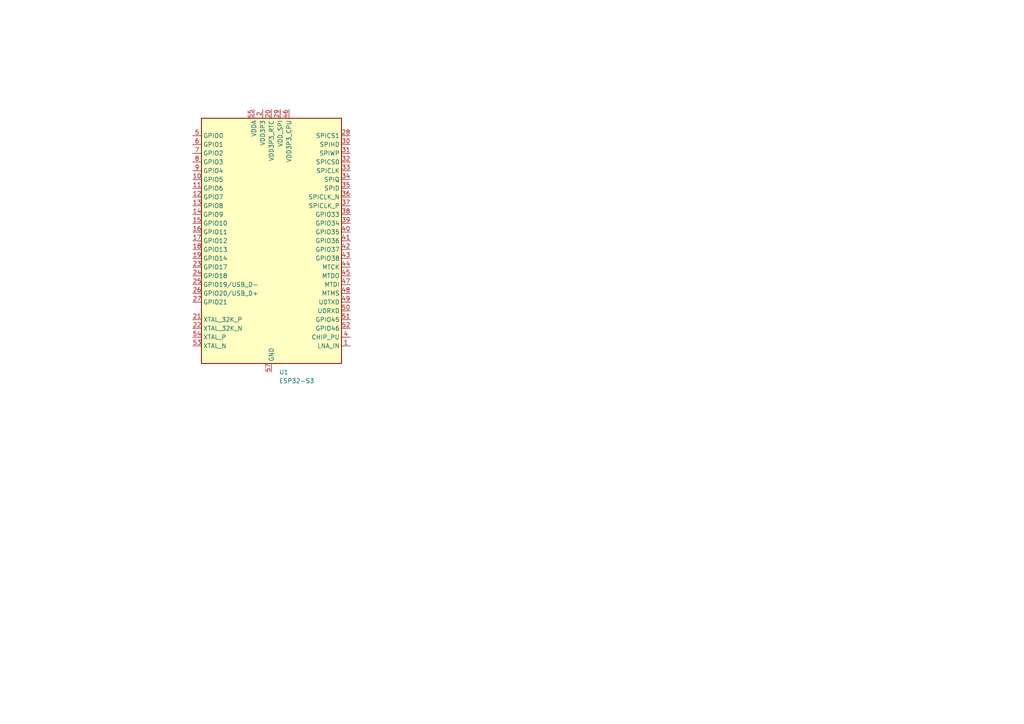
<source format=kicad_sch>
(kicad_sch (version 20231120) (generator "eeschema") (generator_version "8.0")
  (paper "A4")
  (lib_symbols
    (symbol "MCU_Espressif:ESP32-S3"
      (property "Reference" "U" (at 10.16 -38.1 0))
      (property "Value" "ESP32-S3" (at 13.97 -40.64 0))
      (symbol "ESP32-S3_0_1"
        (rectangle (start -20.32 35.56) (end 20.32 -35.56) (stroke (width 0.254)) (fill (type background)))
      )
      (symbol "ESP32-S3_1_0"
        (pin bidirectional line (at 22.86 12.7 180) (length 2.54) (name "SPICLK_N") (number "36"))
        (pin bidirectional line (at 22.86 -10.16 180) (length 2.54) (name "MTDO") (number "45"))
        (pin bidirectional line (at 22.86 -22.86 180) (length 2.54) (name "GPIO45") (number "51"))
        (pin passive line (at -5.08 38.1 270) (length 2.54) hide (name "VDDA") (number "56"))
      )
      (symbol "ESP32-S3_1_1"
        (pin bidirectional line (at 22.86 -30.48 180) (length 2.54) (name "LNA_IN") (number "1"))
        (pin bidirectional line (at -22.86 17.78 0) (length 2.54) (name "GPIO5") (number "10"))
        (pin bidirectional line (at -22.86 15.24 0) (length 2.54) (name "GPIO6") (number "11"))
        (pin bidirectional line (at -22.86 12.7 0) (length 2.54) (name "GPIO7") (number "12"))
        (pin bidirectional line (at -22.86 10.16 0) (length 2.54) (name "GPIO8") (number "13"))
        (pin bidirectional line (at -22.86 7.62 0) (length 2.54) (name "GPIO9") (number "14"))
        (pin bidirectional line (at -22.86 5.08 0) (length 2.54) (name "GPIO10") (number "15"))
        (pin bidirectional line (at -22.86 2.54 0) (length 2.54) (name "GPIO11") (number "16"))
        (pin bidirectional line (at -22.86 0 0) (length 2.54) (name "GPIO12") (number "17"))
        (pin bidirectional line (at -22.86 -2.54 0) (length 2.54) (name "GPIO13") (number "18"))
        (pin bidirectional line (at -22.86 -5.08 0) (length 2.54) (name "GPIO14") (number "19"))
        (pin power_in line (at -2.54 38.1 270) (length 2.54) (name "VDD3P3") (number "2"))
        (pin power_in line (at 0 38.1 270) (length 2.54) (name "VDD3P3_RTC") (number "20"))
        (pin passive line (at -22.86 -22.86 0) (length 2.54) (name "XTAL_32K_P") (number "21"))
        (pin passive line (at -22.86 -25.4 0) (length 2.54) (name "XTAL_32K_N") (number "22"))
        (pin bidirectional line (at -22.86 -7.62 0) (length 2.54) (name "GPIO17") (number "23"))
        (pin bidirectional line (at -22.86 -10.16 0) (length 2.54) (name "GPIO18") (number "24"))
        (pin bidirectional line (at -22.86 -12.7 0) (length 2.54) (name "GPIO19/USB_D-") (number "25"))
        (pin bidirectional line (at -22.86 -15.24 0) (length 2.54) (name "GPIO20/USB_D+") (number "26"))
        (pin bidirectional line (at -22.86 -17.78 0) (length 2.54) (name "GPIO21") (number "27"))
        (pin bidirectional line (at 22.86 30.48 180) (length 2.54) (name "SPICS1") (number "28"))
        (pin power_in line (at 2.54 38.1 270) (length 2.54) (name "VDD_SPI") (number "29"))
        (pin passive line (at -2.54 38.1 270) (length 2.54) hide (name "VDD3P3") (number "3"))
        (pin bidirectional line (at 22.86 27.94 180) (length 2.54) (name "SPIHD") (number "30"))
        (pin bidirectional line (at 22.86 25.4 180) (length 2.54) (name "SPIWP") (number "31"))
        (pin bidirectional line (at 22.86 22.86 180) (length 2.54) (name "SPICS0") (number "32"))
        (pin bidirectional line (at 22.86 20.32 180) (length 2.54) (name "SPICLK") (number "33"))
        (pin bidirectional line (at 22.86 17.78 180) (length 2.54) (name "SPIQ") (number "34"))
        (pin bidirectional line (at 22.86 15.24 180) (length 2.54) (name "SPID") (number "35"))
        (pin bidirectional line (at 22.86 10.16 180) (length 2.54) (name "SPICLK_P") (number "37"))
        (pin bidirectional line (at 22.86 7.62 180) (length 2.54) (name "GPIO33") (number "38"))
        (pin bidirectional line (at 22.86 5.08 180) (length 2.54) (name "GPIO34") (number "39"))
        (pin input line (at 22.86 -27.94 180) (length 2.54) (name "CHIP_PU") (number "4"))
        (pin bidirectional line (at 22.86 2.54 180) (length 2.54) (name "GPIO35") (number "40"))
        (pin bidirectional line (at 22.86 0 180) (length 2.54) (name "GPIO36") (number "41"))
        (pin bidirectional line (at 22.86 -2.54 180) (length 2.54) (name "GPIO37") (number "42"))
        (pin bidirectional line (at 22.86 -5.08 180) (length 2.54) (name "GPIO38") (number "43"))
        (pin bidirectional line (at 22.86 -7.62 180) (length 2.54) (name "MTCK") (number "44"))
        (pin power_in line (at 5.08 38.1 270) (length 2.54) (name "VDD3P3_CPU") (number "46"))
        (pin bidirectional line (at 22.86 -12.7 180) (length 2.54) (name "MTDI") (number "47"))
        (pin bidirectional line (at 22.86 -15.24 180) (length 2.54) (name "MTMS") (number "48"))
        (pin bidirectional line (at 22.86 -17.78 180) (length 2.54) (name "U0TXD") (number "49"))
        (pin bidirectional line (at -22.86 30.48 0) (length 2.54) (name "GPIO0") (number "5"))
        (pin bidirectional line (at 22.86 -20.32 180) (length 2.54) (name "U0RXD") (number "50"))
        (pin bidirectional line (at 22.86 -25.4 180) (length 2.54) (name "GPIO46") (number "52"))
        (pin output line (at -22.86 -30.48 0) (length 2.54) (name "XTAL_N") (number "53"))
        (pin input line (at -22.86 -27.94 0) (length 2.54) (name "XTAL_P") (number "54"))
        (pin power_in line (at -5.08 38.1 270) (length 2.54) (name "VDDA") (number "55"))
        (pin power_in line (at 0 -38.1 90) (length 2.54) (name "GND") (number "57"))
        (pin bidirectional line (at -22.86 27.94 0) (length 2.54) (name "GPIO1") (number "6"))
        (pin bidirectional line (at -22.86 25.4 0) (length 2.54) (name "GPIO2") (number "7"))
        (pin bidirectional line (at -22.86 22.86 0) (length 2.54) (name "GPIO3") (number "8"))
        (pin bidirectional line (at -22.86 20.32 0) (length 2.54) (name "GPIO4") (number "9"))
      )
    )
  )
  (symbol (lib_id "MCU_Espressif:ESP32-S3") (at 78.74 69.85 0) (unit 1)
    (property "Reference" "U1" (at 80.9341 107.95 0) (effects (justify left)))
    (property "Value" "ESP32-S3" (at 80.9341 110.49 0) (effects (justify left)))
    (property "Footprint" "Package_DFN_QFN:QFN-56-1EP_7x7mm_P0.4mm_EP4x4mm" (effects (hide yes)))
    (property "Datasheet" "https://www.espressif.com/sites/default/files/documentation/esp32-s3_datasheet_en.pdf" (effects (hide yes)))
    (property "Description" "Microcontroller, Wi-Fi 802.11b/g/n, Bluetooth, 32bit" (effects (hide yes)))
  )
)
</source>
